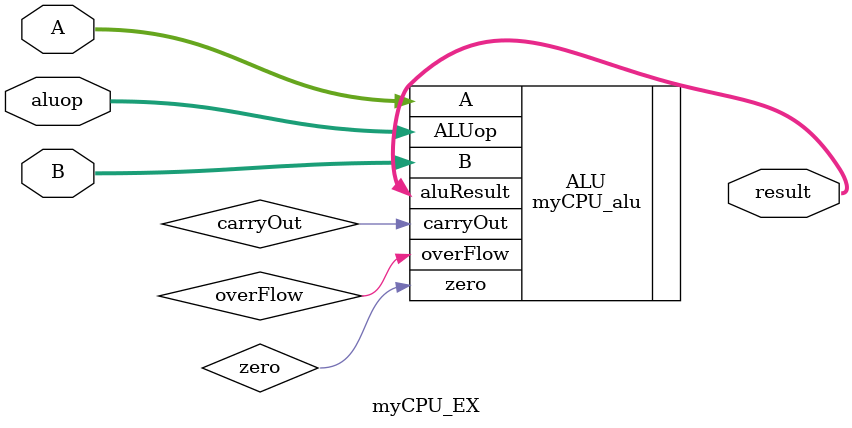
<source format=v>



module myCPU_EX(
    input[31:0] A,
    input[31:0] B,
    input[3:0]  aluop,
    //input C5,

    output[31:0] result,
    //output C5I
);

    
    wire overFlow, carryOut, zero;
    myCPU_alu ALU(
        // input
        .A(A),
        .B(B),
        .ALUop(aluop),
        //output
        .overFlow(overFlow),
        .carryOut(carryOut),
        .zero(zero),
        .aluResult(result)
    );

    // deal with some exceptions, like overflow errir
    //assign C5I = C5 ? ~overFlow :
    //                  0         ;


endmodule

// by Anlan






</source>
